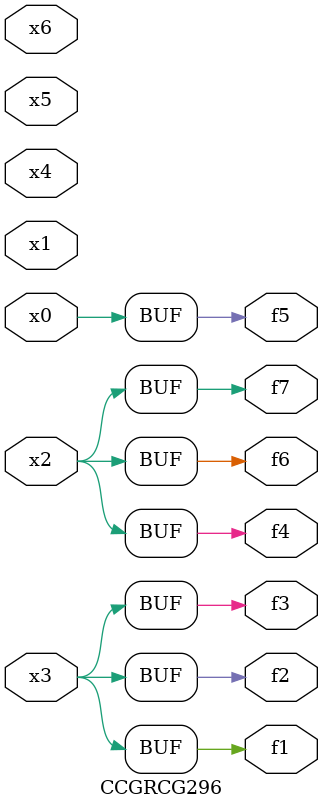
<source format=v>
module CCGRCG296(
	input x0, x1, x2, x3, x4, x5, x6,
	output f1, f2, f3, f4, f5, f6, f7
);
	assign f1 = x3;
	assign f2 = x3;
	assign f3 = x3;
	assign f4 = x2;
	assign f5 = x0;
	assign f6 = x2;
	assign f7 = x2;
endmodule

</source>
